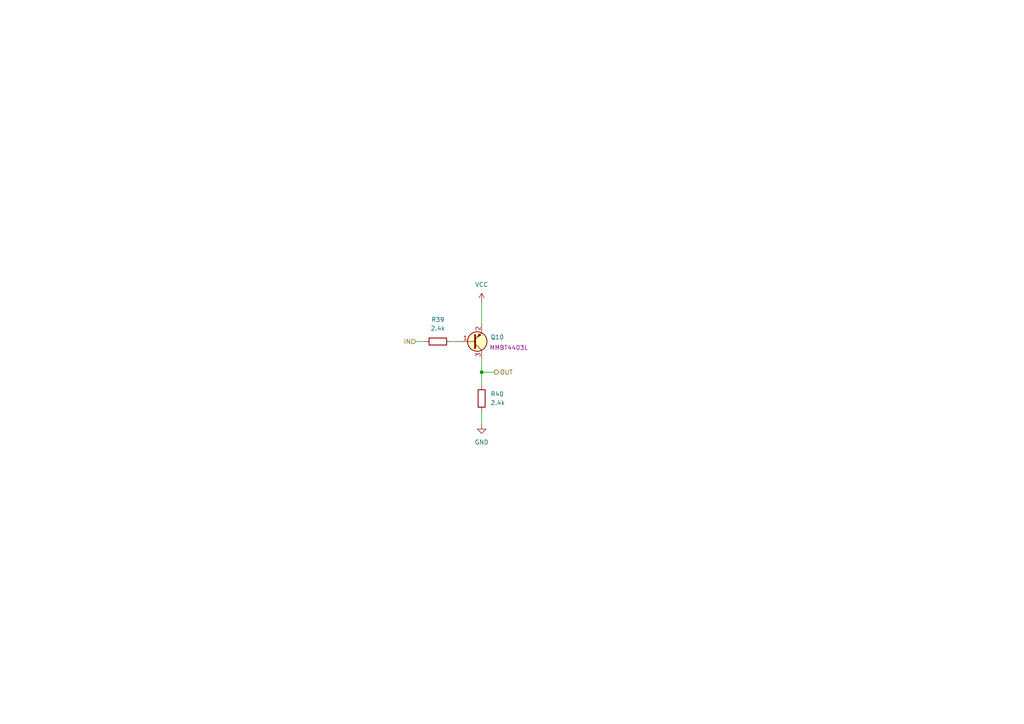
<source format=kicad_sch>
(kicad_sch (version 20250114) (generator "eeschema") (generator_version "9.0")
  (paper "A4")
  (lib_symbols
    (symbol "Resistor_AKL:R_0603" (pin_numbers (hide yes)) (pin_names (offset 0))
      (property "Reference" "R" (at 2.54 1.27 0))
      (property "Value" "R_0603" (at 2.54 -1.27 0))
      (symbol "R_0603_0_1"
        (rectangle (start -1.016 2.54) (end 1.016 -2.54) (stroke (width 0.254)))
      )
      (symbol "R_0603_0_2"
        (polyline (pts (xy -2.54 -2.54) (xy -1.524 -1.524)))
        (polyline (pts (xy 1.524 1.524) (xy 2.54 2.54)))
        (polyline (pts (xy 1.524 1.524) (xy 0.889 2.159) (xy -2.159 -0.889) (xy -0.889 -2.159) (xy 2.159 0.889) (xy 1.524 1.524)) (stroke (width 0.254)))
      )
      (symbol "R_0603_1_1"
        (pin passive line (at 0 3.81 270) (length 1.27) (name "~") (number "1"))
        (pin passive line (at 0 -3.81 90) (length 1.27) (name "~") (number "2"))
      )
      (symbol "R_0603_1_2"
        (pin passive line (at -2.54 -2.54 0) (length 0) (name "") (number "2"))
        (pin passive line (at 2.54 2.54 180) (length 0) (name "") (number "1"))
      )
    )
    (symbol "Transistor_BJT_AKL:2SA2018" (pin_names (hide yes))
      (property "Reference" "Q" (at 5.08 1.27 0))
      (property "Value" "2SA2018" (at 5.08 -1.27 0))
      (symbol "2SA2018_0_1"
        (polyline (pts (xy 0.635 0.635) (xy 2.54 2.54) (xy 2.54 2.54)))
        (polyline (pts (xy 0.635 -0.635) (xy 2.54 -2.54)))
        (polyline (pts (xy 0.635 -1.905) (xy 0.635 1.905) (xy 0.635 1.905)) (stroke (width 0.508)))
        (circle (center 1.27 0) (radius 2.8194) (stroke (width 0.254)) (fill (type background)))
        (polyline (pts (xy 2.286 1.778) (xy 1.778 2.286) (xy 1.27 1.27) (xy 2.286 1.778) (xy 2.286 1.778)) (fill (type outline)))
      )
      (symbol "2SA2018_1_1"
        (pin input line (at -5.08 0 0) (length 5.715) (name "B") (number "1"))
        (pin passive line (at 2.54 5.08 270) (length 2.54) (name "E") (number "2"))
        (pin passive line (at 2.54 -5.08 90) (length 2.54) (name "C") (number "3"))
      )
    )
    (symbol "power:GND" (power) (pin_numbers (hide yes)) (pin_names (offset 0) (hide yes))
      (property "Value" "GND" (at 0 -3.81 0))
      (symbol "GND_0_1"
        (polyline (pts (xy 0 0) (xy 0 -1.27) (xy 1.27 -1.27) (xy 0 -2.54) (xy -1.27 -1.27) (xy 0 -1.27)))
      )
      (symbol "GND_1_1"
        (pin power_in line (at 0 0 270) (length 0) (name "~") (number "1"))
      )
    )
    (symbol "power:VCC" (power) (pin_numbers (hide yes)) (pin_names (offset 0) (hide yes))
      (property "Value" "VCC" (at 0 3.556 0))
      (symbol "VCC_0_1"
        (polyline (pts (xy -0.762 1.27) (xy 0 2.54)))
        (polyline (pts (xy 0 2.54) (xy 0.762 1.27)))
        (polyline (pts (xy 0 0) (xy 0 2.54)))
      )
      (symbol "VCC_1_1"
        (pin power_in line (at 0 0 90) (length 0) (name "~") (number "1"))
      )
    )
  )
  (junction (at 139.7 107.95))
  (wire (pts (xy 139.7 107.95) (xy 143.51 107.95)))
  (wire (pts (xy 139.7 119.38) (xy 139.7 123.19)))
  (wire (pts (xy 130.81 99.06) (xy 132.08 99.06)))
  (wire (pts (xy 139.7 87.63) (xy 139.7 93.98)))
  (wire (pts (xy 120.65 99.06) (xy 123.19 99.06)))
  (wire (pts (xy 139.7 107.95) (xy 139.7 111.76)))
  (wire (pts (xy 139.7 104.14) (xy 139.7 107.95)))
  (hierarchical_label "OUT" (shape output) (at 143.51 107.95 0))
  (hierarchical_label "IN" (shape input) (at 120.65 99.06 180))
  (symbol (lib_id "power:VCC") (at 139.7 87.63 0) (unit 1)
    (property "Reference" "#PWR057" (effects (hide yes)))
    (property "Value" "VCC" (at 139.7 82.55 0))
    (property "Description" "Power symbol creates a global label with name \"VCC\"" (effects (hide yes)))
  )
  (symbol (lib_id "power:GND") (at 139.7 123.19 0) (unit 1)
    (property "Reference" "#PWR058" (effects (hide yes)))
    (property "Value" "GND" (at 139.7 128.27 0))
    (property "Description" "Power symbol creates a global label with name \"GND\" , ground" (effects (hide yes)))
  )
  (symbol (lib_id "Transistor_BJT_AKL:2SA2018") (at 137.16 99.06 0) (unit 1)
    (property "Reference" "Q10" (at 142.24 97.7899 0) (effects (justify left)))
    (property "Value" "2SA2018" (effects (hide yes)))
    (property "Footprint" "Package_TO_SOT_SMD_AKL:SOT-416" (effects (hide yes)))
    (property "Datasheet" "https://www.tme.eu/Document/8bbe87b96a6ee2683f1239fbf67f0559/2sa2018tl-e.pdf" (effects (hide yes)))
    (property "Description" "PNP SOT-416 transistor, 12V, 500mA, 150mW, Alternate KiCAD Library" (effects (hide yes)))
    (property "Part number" "MMBT4403L" (at 147.574 100.838 0))
  )
  (symbol (lib_id "Resistor_AKL:R_0603") (at 127 99.06 90) (unit 1)
    (property "Reference" "R39" (at 127 92.71 90))
    (property "Value" "2.4k" (at 127 95.25 90))
    (property "Footprint" "Resistor_SMD_AKL:R_0603_1608Metric" (effects (hide yes)))
    (property "Description" "SMD 0603 Chip Resistor, European Symbol, Alternate KiCad Library" (effects (hide yes)))
  )
  (symbol (lib_id "Resistor_AKL:R_0603") (at 139.7 115.57 180) (unit 1)
    (property "Reference" "R40" (at 142.24 114.2999 0) (effects (justify right)))
    (property "Value" "2.4k" (at 142.24 116.8399 0) (effects (justify right)))
    (property "Footprint" "Resistor_SMD_AKL:R_0603_1608Metric" (effects (hide yes)))
    (property "Description" "SMD 0603 Chip Resistor, European Symbol, Alternate KiCad Library" (effects (hide yes)))
  )
)
</source>
